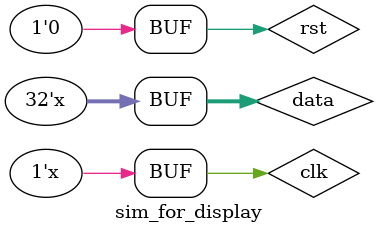
<source format=v>
`timescale 1ns / 1ps


module sim_for_display(

    );
    reg clk;
    reg rst;
    reg [31:0]data;
    wire [6:0]seg;
    wire [7:0]ans;
    display display(clk,rst,data,seg,ans);
    initial begin
        clk=0;
        rst=0;
        data=1;
    end
    always #5 begin clk<=~clk; data<=data+1; end
endmodule

</source>
